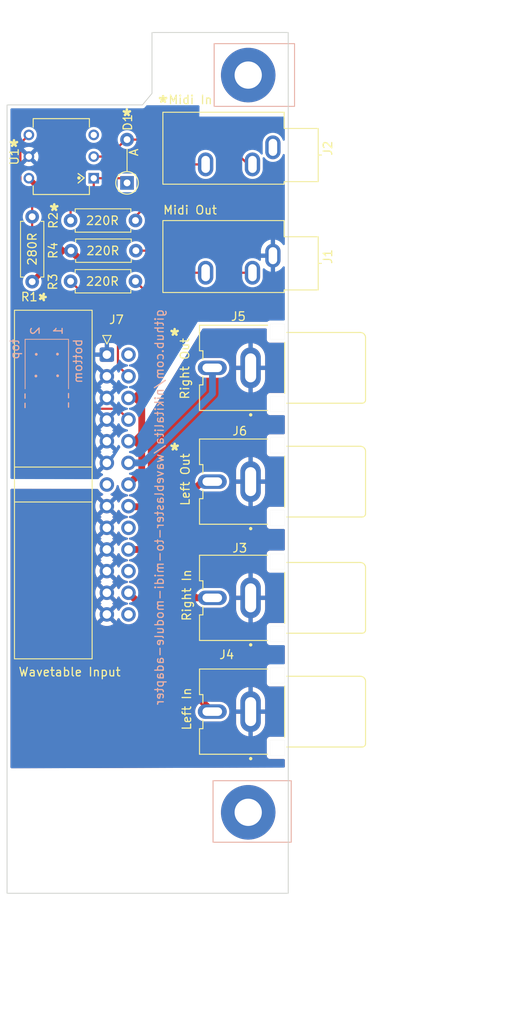
<source format=kicad_pcb>
(kicad_pcb (version 20211014) (generator pcbnew)
  (layers (0 "F.Cu" signal) (31 "B.Cu" signal) (36 "B.SilkS" user "B.Silkscreen") (37 "F.SilkS" user "F.Silkscreen") (38 "B.Mask" user) (39 "F.Mask" user) (44 "Edge.Cuts" user))
  (net 0 "")
  (net 1 "+5V")
  (net 2 "-12V")
  (net 3 "+12V")
  (net 4 "~{RESET}")
  (net 5 "WT_RX")
  (net 6 "WT_TX")
  (net 7 "Net-(J1-PadR)")
  (net 8 "Net-(J1-PadT)")
  (net 9 "GNDA")
  (net 10 "Net-(D1-Pad1)")
  (net 12 "WT_AUDIO_L_IN")
  (net 13 "WT_AUDIO_L_OUT")
  (net 14 "WT_AUDIO_R_OUT")
  (net 15 "WT_AUDIO_R_IN")
  (net 16 "Net-(D1-Pad2)")
  (net 18 "GND")
  (net 19 "Net-(J2-PadR)")
  (footprint "Library:IDC-Header_2x13_P2.54mm_Horizontal-reversed" (layer "F.Cu") (at 168.7 89.8)
    (fp_text reference "J7" (at 1.13 -4.1) (layer "F.SilkS"))
    (fp_text value "Wavetable Input" (at -4.37 37.24) (layer "F.SilkS"))
    (fp_line (start 0.01 -1.25) (end -0.49 -2.25) (layer "F.SilkS") (width 0.12))
    (fp_line (start -1.73 35.69) (end -1.73 -5.21) (layer "F.SilkS") (width 0.12))
    (fp_line (start -10.85 35.69) (end -1.73 35.69) (layer "F.SilkS") (width 0.12))
    (fp_line (start 0.51 -2.25) (end 0.01 -1.25) (layer "F.SilkS") (width 0.12))
    (fp_line (start -1.73 -5.21) (end -10.85 -5.21) (layer "F.SilkS") (width 0.12))
    (fp_line (start -1.73 17.29) (end -10.85 17.29) (layer "F.SilkS") (width 0.12))
    (fp_line (start -1.73 13.19) (end -10.85 13.19) (layer "F.SilkS") (width 0.12))
    (fp_line (start -10.85 -5.21) (end -10.85 35.69) (layer "F.SilkS") (width 0.12))
    (fp_line (start -0.49 -2.25) (end 0.51 -2.25) (layer "F.SilkS") (width 0.12))
    (pad "1" thru_hole roundrect (at 0 0) (size 1.7 1.7) (drill 1) (layers *.Cu *.Mask) (roundrect_rratio 0.1470588235) (net 18 "GND"))
    (pad "2" thru_hole circle (at 2.54 0) (size 1.7 1.7) (drill 1) (layers *.Cu *.Mask))
    (pad "3" thru_hole circle (at 0 2.54) (size 1.7 1.7) (drill 1) (layers *.Cu *.Mask) (net 18 "GND"))
    (pad "4" thru_hole circle (at 2.54 2.54) (size 1.7 1.7) (drill 1) (layers *.Cu *.Mask) (net 6 "WT_TX"))
    (pad "5" thru_hole circle (at 0 5.08) (size 1.7 1.7) (drill 1) (layers *.Cu *.Mask) (net 18 "GND"))
    (pad "6" thru_hole circle (at 2.54 5.08) (size 1.7 1.7) (drill 1) (layers *.Cu *.Mask) (net 1 "+5V"))
    (pad "7" thru_hole circle (at 0 7.62) (size 1.7 1.7) (drill 1) (layers *.Cu *.Mask) (net 18 "GND"))
    (pad "8" thru_hole circle (at 2.54 7.62) (size 1.7 1.7) (drill 1) (layers *.Cu *.Mask) (net 5 "WT_RX"))
    (pad "9" thru_hole circle (at 0 10.16) (size 1.7 1.7) (drill 1) (layers *.Cu *.Mask) (net 18 "GND"))
    (pad "10" thru_hole circle (at 2.54 10.16) (size 1.7 1.7) (drill 1) (layers *.Cu *.Mask) (net 1 "+5V"))
    (pad "11" thru_hole circle (at 0 12.7) (size 1.7 1.7) (drill 1) (layers *.Cu *.Mask) (net 18 "GND"))
    (pad "12" thru_hole circle (at 2.54 12.7) (size 1.7 1.7) (drill 1) (layers *.Cu *.Mask) (net 15 "WT_AUDIO_R_IN"))
    (pad "13" thru_hole circle (at 0 15.24) (size 1.7 1.7) (drill 1) (layers *.Cu *.Mask))
    (pad "14" thru_hole circle (at 2.54 15.24) (size 1.7 1.7) (drill 1) (layers *.Cu *.Mask) (net 1 "+5V"))
    (pad "15" thru_hole circle (at 0 17.78) (size 1.7 1.7) (drill 1) (layers *.Cu *.Mask) (net 9 "GNDA"))
    (pad "16" thru_hole circle (at 2.54 17.78) (size 1.7 1.7) (drill 1) (layers *.Cu *.Mask) (net 12 "WT_AUDIO_L_IN"))
    (pad "17" thru_hole circle (at 0 20.32) (size 1.7 1.7) (drill 1) (layers *.Cu *.Mask) (net 9 "GNDA"))
    (pad "18" thru_hole circle (at 2.54 20.32) (size 1.7 1.7) (drill 1) (layers *.Cu *.Mask) (net 3 "+12V"))
    (pad "19" thru_hole circle (at 0 22.86) (size 1.7 1.7) (drill 1) (layers *.Cu *.Mask) (net 9 "GNDA"))
    (pad "20" thru_hole circle (at 2.54 22.86) (size 1.7 1.7) (drill 1) (layers *.Cu *.Mask) (net 14 "WT_AUDIO_R_OUT"))
    (pad "21" thru_hole circle (at 0 25.4) (size 1.7 1.7) (drill 1) (layers *.Cu *.Mask) (net 9 "GNDA"))
    (pad "22" thru_hole circle (at 2.54 25.4) (size 1.7 1.7) (drill 1) (layers *.Cu *.Mask) (net 2 "-12V"))
    (pad "23" thru_hole circle (at 0 27.94) (size 1.7 1.7) (drill 1) (layers *.Cu *.Mask) (net 9 "GNDA"))
    (pad "24" thru_hole circle (at 2.54 27.94) (size 1.7 1.7) (drill 1) (layers *.Cu *.Mask) (net 13 "WT_AUDIO_L_OUT"))
    (pad "25" thru_hole circle (at 0 30.48) (size 1.7 1.7) (drill 1) (layers *.Cu *.Mask) (net 9 "GNDA"))
    (pad "26" thru_hole circle (at 2.54 30.48) (size 1.7 1.7) (drill 1) (layers *.Cu *.Mask) (net 4 "~{RESET}"))
  )
  (footprint "Library:bracket footprint" (layer "F.Cu") (at 185.3 57)
    (fp_text reference "H1" hide)
    (fp_text value "Bracket_Mount")
    (fp_rect (start -4 -3.69) (end 5.44 3.67) (layer "B.SilkS") (width 0.12) (fill none))
    (fp_rect (start -4.13 82.79) (end 5.05 90.01) (layer "B.SilkS") (width 0.12) (fill none))
    (pad "1" thru_hole circle (at 0 0) (size 6.4 6.4) (drill 3.2) (layers *.Cu *.Mask))
    (pad "2" thru_hole circle (at 0 86.5) (size 6.4 6.4) (drill 3.2) (layers *.Cu *.Mask))
  )
  (footprint "Library:Jack_3.5mm_CUI_SJ1-3533NG_Horizontal" (layer "F.Cu") (at 188.2 78.19 -90)
    (fp_text reference "J1" (at 0.1 -6.45 90) (layer "F.SilkS"))
    (fp_text value "Midi Out" (at -5.35 9.73) (layer "F.SilkS"))
    (fp_line (start 4.02 -1.32) (end 4.32 -1.32) (layer "F.SilkS") (width 0.12))
    (fp_line (start -4.12 -1.32) (end -2.22 -1.32) (layer "F.SilkS") (width 0.12))
    (fp_line (start -4.12 12.92) (end -4.12 -1.32) (layer "F.SilkS") (width 0.12))
    (fp_line (start 4.32 12.92) (end -4.12 12.92) (layer "F.SilkS") (width 0.12))
    (fp_line (start -2.22 -1.32) (end -2.22 -5.32) (layer "F.SilkS") (width 0.12))
    (fp_line (start 0.9 -5.32) (end 0.9 -5.7) (layer "F.SilkS") (width 0.12))
    (fp_line (start 4.32 -1.32) (end 4.32 12.92) (layer "F.SilkS") (width 0.12))
    (fp_line (start -2.22 -5.32) (end 4.02 -5.32) (layer "F.SilkS") (width 0.12))
    (fp_line (start 4.02 -5.32) (end 4.02 -1.32) (layer "F.SilkS") (width 0.12))
    (pad "R" thru_hole oval (at 2 7.9 270) (size 2.8 1.8) (drill oval 2 1) (layers *.Cu *.Mask) (net 7 "Net-(J1-PadR)"))
    (pad "S" thru_hole oval (at 0 0 270) (size 2.8 1.8) (drill oval 2 1) (layers *.Cu *.Mask) (net 18 "GND"))
    (pad "T" thru_hole oval (at 2 2.4 270) (size 2.8 1.8) (drill oval 2 1) (layers *.Cu *.Mask) (net 8 "Net-(J1-PadT)"))
  )
  (footprint "Resistor_THT:R_Axial_DIN0207_L6.3mm_D2.5mm_P7.62mm_Horizontal" (layer "F.Cu") (at 164.49 77.6)
    (fp_text reference "R4" (at -2.1 -0.02 90) (layer "F.SilkS"))
    (fp_text value "220R" (at 3.74 0.02) (layer "F.SilkS"))
    (fp_line (start 0.54 1.04) (end 0.54 1.37) (layer "F.SilkS") (width 0.12))
    (fp_line (start 7.08 1.37) (end 7.08 1.04) (layer "F.SilkS") (width 0.12))
    (fp_line (start 0.54 1.37) (end 7.08 1.37) (layer "F.SilkS") (width 0.12))
    (fp_line (start 0.54 -1.04) (end 0.54 -1.37) (layer "F.SilkS") (width 0.12))
    (fp_line (start 7.08 -1.37) (end 7.08 -1.04) (layer "F.SilkS") (width 0.12))
    (fp_line (start 0.54 -1.37) (end 7.08 -1.37) (layer "F.SilkS") (width 0.12))
    (pad "1" thru_hole circle (at 0 0) (size 1.6 1.6) (drill 0.8) (layers *.Cu *.Mask) (net 1 "+5V"))
    (pad "2" thru_hole oval (at 7.62 0) (size 1.6 1.6) (drill 0.8) (layers *.Cu *.Mask) (net 7 "Net-(J1-PadR)"))
  )
  (footprint "Library:H11L1M-DIP8" (layer "F.Cu") (at 163.43 66.56 90)
    (fp_text reference "U1" (at -0.01 -5.6 270) (layer "F.SilkS"))
    (fp_text value "H11L1" hide)
    (fp_line (start -4.45 -3.38) (end -3.45 -3.38) (layer "F.SilkS") (width 0.127))
    (fp_line (start 4.45 3.22) (end 4.45 -3.38) (layer "F.SilkS") (width 0.127))
    (fp_line (start 4.45 -3.38) (end 3.45 -3.38) (layer "F.SilkS") (width 0.127))
    (fp_line (start -3.1 1.9) (end -2.5 2.6) (layer "F.SilkS") (width 0.15))
    (fp_line (start -3.45 3.22) (end -4.45 3.22) (layer "F.SilkS") (width 0.127))
    (fp_line (start -2.5 2.6) (end -2 1.9) (layer "F.SilkS") (width 0.15))
    (fp_line (start 3.45 3.22) (end 4.45 3.22) (layer "F.SilkS") (width 0.127))
    (fp_line (start -4.45 3.22) (end -4.45 -3.38) (layer "F.SilkS") (width 0.127))
    (fp_circle (center -2.51 1.99) (end -2.51 1.89) (layer "F.SilkS") (width 0.2) (fill none))
    (pad "1" thru_hole rect (at -2.54 3.73 180) (size 1.248 1.248) (drill 0.74) (layers *.Cu *.Mask) (net 10 "Net-(D1-Pad1)"))
    (pad "2" thru_hole circle (at 0 3.73 180) (size 1.248 1.248) (drill 0.74) (layers *.Cu *.Mask) (net 16 "Net-(D1-Pad2)"))
    (pad "3" thru_hole circle (at 2.54 3.73 180) (size 1.248 1.248) (drill 0.74) (layers *.Cu *.Mask))
    (pad "4" thru_hole circle (at 2.54 -3.89 180) (size 1.248 1.248) (drill 0.74) (layers *.Cu *.Mask) (net 5 "WT_RX"))
    (pad "5" thru_hole circle (at 0 -3.89 180) (size 1.248 1.248) (drill 0.74) (layers *.Cu *.Mask) (net 18 "GND"))
    (pad "6" thru_hole circle (at -2.54 -3.89 180) (size 1.248 1.248) (drill 0.74) (layers *.Cu *.Mask) (net 1 "+5V"))
  )
  (footprint "Library:CUI_RCJ-04X" (layer "F.Cu") (at 189.58 118.336)
    (fp_text reference "J3" (at -5.27 -5.836) (layer "F.SilkS") (effects (font (size 1.006465 1.006465))))
    (fp_text value "Right In" (at -11.5 -0.306 90) (layer "F.SilkS") (effects (font (size 1.004417 1.004417))))
    (fp_line (start 9.5 -3.54) (end 9.5 3.76) (layer "F.SilkS") (width 0.127))
    (fp_line (start 9.11 4.15) (end 0.25 4.15) (layer "F.SilkS") (width 0.127))
    (fp_line (start -10 5) (end -10 2) (layer "F.SilkS") (width 0.127))
    (fp_line (start -10 -5) (end -2 -5) (layer "F.SilkS") (width 0.127))
    (fp_line (start -9.6 2) (end -9.6 1) (layer "F.SilkS") (width 0.127))
    (fp_line (start -10 5) (end -2 5) (layer "F.SilkS") (width 0.127))
    (fp_line (start -9.6 -2) (end -10 -2) (layer "F.SilkS") (width 0.127))
    (fp_line (start -10 -2) (end -10 -5) (layer "F.SilkS") (width 0.127))
    (fp_line (start 0.25 -4.15) (end 8.89 -4.15) (layer "F.SilkS") (width 0.127))
    (fp_line (start 0 3) (end 0 -3) (layer "F.SilkS") (width 0.127))
    (fp_line (start -10 2) (end -9.6 2) (layer "F.SilkS") (width 0.127))
    (fp_line (start -9.6 -1) (end -9.6 -2) (layer "F.SilkS") (width 0.127))
    (fp_arc (start 8.89 -4.15) (mid 9.321335 -3.971335) (end 9.5 -3.54) (layer "F.SilkS") (width 0.127))
    (fp_arc (start 9.5 3.76) (mid 9.385772 4.035772) (end 9.11 4.15) (layer "F.SilkS") (width 0.127))
    (fp_circle (center -3.99 5.513) (end -3.89 5.513) (layer "F.SilkS") (width 0.2) (fill none))
    (fp_line (start 0 -3.35) (end 0 -5.15) (layer "Edge.Cuts") (width 0.01))
    (fp_line (start 0 5.15) (end 0 3.35) (layer "Edge.Cuts") (width 0.01))
    (fp_line (start 0 -5.15) (end -1.7 -5.15) (layer "Edge.Cuts") (width 0.01))
    (fp_line (start -1.7 -5.15) (end -1.7 -3.35) (layer "Edge.Cuts") (width 0.01))
    (fp_line (start 0 3.35) (end -1.7 3.35) (layer "Edge.Cuts") (width 0.01))
    (fp_line (start -1.7 3.35) (end -1.7 5.15) (layer "Edge.Cuts") (width 0.01))
    (fp_line (start -1.7 -3.35) (end 0 -3.35) (layer "Edge.Cuts") (width 0.01))
    (fp_line (start -1.7 5.15) (end 0 5.15) (layer "Edge.Cuts") (width 0.01))
    (pad "1" thru_hole oval (at -4 0) (size 2.4 4.8) (drill oval 1.3 3.4) (layers *.Cu *.Mask) (net 9 "GNDA"))
    (pad "2" thru_hole oval (at -8.5 0) (size 3.4 1.7) (drill oval 2.3 1) (layers *.Cu *.Mask) (net 14 "WT_AUDIO_R_OUT"))
  )
  (footprint "Resistor_THT:R_Axial_DIN0207_L6.3mm_D2.5mm_P7.62mm_Horizontal" (layer "F.Cu") (at 164.44 81.19)
    (fp_text reference "R3" (at -2.08 0.07 90) (layer "F.SilkS"))
    (fp_text value "220R" (at 3.74 0.02) (layer "F.SilkS"))
    (fp_line (start 0.54 1.04) (end 0.54 1.37) (layer "F.SilkS") (width 0.12))
    (fp_line (start 7.08 1.37) (end 7.08 1.04) (layer "F.SilkS") (width 0.12))
    (fp_line (start 0.54 -1.04) (end 0.54 -1.37) (layer "F.SilkS") (width 0.12))
    (fp_line (start 0.54 -1.37) (end 7.08 -1.37) (layer "F.SilkS") (width 0.12))
    (fp_line (start 0.54 1.37) (end 7.08 1.37) (layer "F.SilkS") (width 0.12))
    (fp_line (start 7.08 -1.37) (end 7.08 -1.04) (layer "F.SilkS") (width 0.12))
    (pad "1" thru_hole circle (at 0 0) (size 1.6 1.6) (drill 0.8) (layers *.Cu *.Mask) (net 6 "WT_TX"))
    (pad "2" thru_hole oval (at 7.62 0) (size 1.6 1.6) (drill 0.8) (layers *.Cu *.Mask) (net 8 "Net-(J1-PadT)"))
  )
  (footprint "Diode_THT:D_DO-35_SOD27_P5.08mm_Vertical_AnodeUp" (layer "F.Cu") (at 171.07 69.6493 90)
    (fp_text reference "D1" (at 7.0893 0.08 270) (layer "F.SilkS"))
    (fp_text value "1N4148")
    (fp_text user "A" (at 3.58 0.8 90) (layer "F.SilkS"))
    (fp_line (start 1.326371 0) (end 3.98 0) (layer "F.SilkS") (width 0.12))
    (fp_circle (center 0 0) (end 1.326371 0) (layer "F.SilkS") (width 0.12) (fill none))
    (pad "1" thru_hole rect (at 0 0 90) (size 1.6 1.6) (drill 0.8) (layers *.Cu *.Mask) (net 10 "Net-(D1-Pad1)"))
    (pad "2" thru_hole oval (at 5.08 0 90) (size 1.6 1.6) (drill 0.8) (layers *.Cu *.Mask) (net 16 "Net-(D1-Pad2)"))
  )
  (footprint "Library:Jack_3.5mm_CUI_SJ1-3533NG_Horizontal" (layer "F.Cu") (at 188.2 65.48 -90)
    (fp_text reference "J2" (at 0.1 -6.45 90) (layer "F.SilkS"))
    (fp_text value "Midi In" (at -5.58 9.69) (layer "F.SilkS"))
    (fp_line (start 4.32 -1.32) (end 4.32 12.92) (layer "F.SilkS") (width 0.12))
    (fp_line (start -2.22 -1.32) (end -2.22 -5.32) (layer "F.SilkS") (width 0.12))
    (fp_line (start 4.02 -5.32) (end 4.02 -1.32) (layer "F.SilkS") (width 0.12))
    (fp_line (start 0.9 -5.32) (end 0.9 -5.7) (layer "F.SilkS") (width 0.12))
    (fp_line (start 4.32 12.92) (end -4.12 12.92) (layer "F.SilkS") (width 0.12))
    (fp_line (start 4.02 -1.32) (end 4.32 -1.32) (layer "F.SilkS") (width 0.12))
    (fp_line (start -4.12 -1.32) (end -2.22 -1.32) (layer "F.SilkS") (width 0.12))
    (fp_line (start -2.22 -5.32) (end 4.02 -5.32) (layer "F.SilkS") (width 0.12))
    (fp_line (start -4.12 12.92) (end -4.12 -1.32) (layer "F.SilkS") (width 0.12))
    (pad "R" thru_hole oval (at 2 7.9 270) (size 2.8 1.8) (drill oval 2 1) (layers *.Cu *.Mask) (net 19 "Net-(J2-PadR)"))
    (pad "S" thru_hole oval (at 0 0 270) (size 2.8 1.8) (drill oval 2 1) (layers *.Cu *.Mask))
    (pad "T" thru_hole oval (at 2 2.4 270) (size 2.8 1.8) (drill oval 2 1) (layers *.Cu *.Mask) (net 16 "Net-(D1-Pad2)"))
  )
  (footprint "Library:CUI_RCJ-043" (layer "F.Cu") (at 189.58 131.686)
    (fp_text reference "J4" (at -6.805775 -6.677905) (layer "F.SilkS") (effects (font (size 1.006465 1.006465))))
    (fp_text value "Left In" (at -11.5 -0.316 90) (layer "F.SilkS") (effects (font (size 1.004417 1.004417))))
    (fp_line (start 9.5 -3.54) (end 9.5 3.76) (layer "F.SilkS") (width 0.127))
    (fp_line (start -10 5) (end -10 2) (layer "F.SilkS") (width 0.127))
    (fp_line (start -10 -2) (end -10 -5) (layer "F.SilkS") (width 0.127))
    (fp_line (start -9.6 -1) (end -9.6 -2) (layer "F.SilkS") (width 0.127))
    (fp_line (start -9.6 -2) (end -10 -2) (layer "F.SilkS") (width 0.127))
    (fp_line (start 9.11 4.15) (end 0.25 4.15) (layer "F.SilkS") (width 0.127))
    (fp_line (start 0.25 -4.15) (end 8.89 -4.15) (layer "F.SilkS") (width 0.127))
    (fp_line (start -10 2) (end -9.6 2) (layer "F.SilkS") (width 0.127))
    (fp_line (start 0 3) (end 0 -3) (layer "F.SilkS") (width 0.127))
    (fp_line (start -10 5) (end -2 5) (layer "F.SilkS") (width 0.127))
    (fp_line (start -9.6 2) (end -9.6 1) (layer "F.SilkS") (width 0.127))
    (fp_line (start -10 -5) (end -2 -5) (layer "F.SilkS") (width 0.127))
    (fp_arc (start 8.89 -4.15) (mid 9.321335 -3.971335) (end 9.5 -3.54) (layer "F.SilkS") (width 0.127))
    (fp_arc (start 9.5 3.76) (mid 9.385772 4.035772) (end 9.11 4.15) (layer "F.SilkS") (width 0.127))
    (fp_circle (center -3.99 5.513) (end -3.89 5.513) (layer "F.SilkS") (width 0.2) (fill none))
    (fp_line (start 0 -5.15) (end -1.7 -5.15) (layer "Edge.Cuts") (width 0.01))
    (fp_line (start -1.7 -3.35) (end 0 -3.35) (layer "Edge.Cuts") (width 0.01))
    (fp_line (start -1.7 -5.15) (end -1.7 -3.35) (layer "Edge.Cuts") (width 0.01))
    (fp_line (start -1.7 3.35) (end -1.7 5.15) (layer "Edge.Cuts") (width 0.01))
    (fp_line (start 0 3.35) (end -1.7 3.35) (layer "Edge.Cuts") (width 0.01))
    (fp_line (start 0 -3.35) (end 0 -5.15) (layer "Edge.Cuts") (width 0.01))
    (fp_line (start -1.7 5.15) (end 0 5.15) (layer "Edge.Cuts") (width 0.01))
    (fp_line (start 0 5.15) (end 0 3.35) (layer "Edge.Cuts") (width 0.01))
    (pad "1" thru_hole oval (at -4 0) (size 2.4 4.8) (drill oval 1.3 3.4) (layers *.Cu *.Mask) (net 9 "GNDA"))
    (pad "2" thru_hole oval (at -8.5 0) (size 3.4 1.7) (drill oval 2.3 1) (layers *.Cu *.Mask) (net 13 "WT_AUDIO_L_OUT"))
  )
  (footprint "Resistor_THT:R_Axial_DIN0207_L6.3mm_D2.5mm_P7.62mm_Horizontal" (layer "F.Cu") (at 164.44 74.06)
    (fp_text reference "R2" (at -2.03 -0.01 90) (layer "F.SilkS"))
    (fp_text value "220R" (at 3.74 0.02) (layer "F.SilkS"))
    (fp_line (start 0.54 -1.37) (end 7.08 -1.37) (layer "F.SilkS") (width 0.12))
    (fp_line (start 0.54 1.04) (end 0.54 1.37) (layer "F.SilkS") (width 0.12))
    (fp_line (start 0.54 1.37) (end 7.08 1.37) (layer "F.SilkS") (width 0.12))
    (fp_line (start 7.08 -1.37) (end 7.08 -1.04) (layer "F.SilkS") (width 0.12))
    (fp_line (start 0.54 -1.04) (end 0.54 -1.37) (layer "F.SilkS") (width 0.12))
    (fp_line (start 7.08 1.37) (end 7.08 1.04) (layer "F.SilkS") (width 0.12))
    (pad "1" thru_hole circle (at 0 0) (size 1.6 1.6) (drill 0.8) (layers *.Cu *.Mask) (net 10 "Net-(D1-Pad1)"))
    (pad "2" thru_hole oval (at 7.62 0) (size 1.6 1.6) (drill 0.8) (layers *.Cu *.Mask) (net 19 "Net-(J2-PadR)"))
  )
  (footprint "Library:CUI_RCJ-04X" (layer "F.Cu") (at 189.58 91.35)
    (fp_text reference "J5" (at -5.43 -6.03) (layer "F.SilkS") (effects (font (size 1.006465 1.006465))))
    (fp_text value "Right Out" (at -11.72 0.1 90) (layer "F.SilkS") (effects (font (size 1.004417 1.004417))))
    (fp_line (start -10 5) (end -2 5) (layer "F.SilkS") (width 0.127))
    (fp_line (start -9.6 2) (end -9.6 1) (layer "F.SilkS") (width 0.127))
    (fp_line (start -9.6 -2) (end -10 -2) (layer "F.SilkS") (width 0.127))
    (fp_line (start 9.11 4.15) (end 0.25 4.15) (layer "F.SilkS") (width 0.127))
    (fp_line (start 0.25 -4.15) (end 8.89 -4.15) (layer "F.SilkS") (width 0.127))
    (fp_line (start -10 2) (end -9.6 2) (layer "F.SilkS") (width 0.127))
    (fp_line (start -10 -5) (end -2 -5) (layer "F.SilkS") (width 0.127))
    (fp_line (start -10 -2) (end -10 -5) (layer "F.SilkS") (width 0.127))
    (fp_line (start 9.5 -3.54) (end 9.5 3.76) (layer "F.SilkS") (width 0.127))
    (fp_line (start -10 5) (end -10 2) (layer "F.SilkS") (width 0.127))
    (fp_line (start -9.6 -1) (end -9.6 -2) (layer "F.SilkS") (width 0.127))
    (fp_line (start 0 3) (end 0 -3) (layer "F.SilkS") (width 0.127))
    (fp_arc (start 8.89 -4.15) (mid 9.321335 -3.971335) (end 9.5 -3.54) (layer "F.SilkS") (width 0.127))
    (fp_arc (start 9.5 3.76) (mid 9.385772 4.035772) (end 9.11 4.15) (layer "F.SilkS") (width 0.127))
    (fp_circle (center -3.99 5.513) (end -3.89 5.513) (layer "F.SilkS") (width 0.2) (fill none))
    (fp_line (start -1.7 -5.15) (end -1.7 -3.35) (layer "Edge.Cuts") (width 0.01))
    (fp_line (start 0 -3.35) (end 0 -5.15) (layer "Edge.Cuts") (width 0.01))
    (fp_line (start 0 3.35) (end -1.7 3.35) (layer "Edge.Cuts") (width 0.01))
    (fp_line (start -1.7 -3.35) (end 0 -3.35) (layer "Edge.Cuts") (width 0.01))
    (fp_line (start 0 -5.15) (end -1.7 -5.15) (layer "Edge.Cuts") (width 0.01))
    (fp_line (start 0 5.15) (end 0 3.35) (layer "Edge.Cuts") (width 0.01))
    (fp_line (start -1.7 3.35) (end -1.7 5.15) (layer "Edge.Cuts") (width 0.01))
    (fp_line (start -1.7 5.15) (end 0 5.15) (layer "Edge.Cuts") (width 0.01))
    (pad "1" thru_hole oval (at -4 0) (size 2.4 4.8) (drill oval 1.3 3.4) (layers *.Cu *.Mask) (net 9 "GNDA"))
    (pad "2" thru_hole oval (at -8.5 0) (size 3.4 1.7) (drill oval 2.3 1) (layers *.Cu *.Mask) (net 15 "WT_AUDIO_R_IN"))
  )
  (footprint "Resistor_THT:R_Axial_DIN0207_L6.3mm_D2.5mm_P7.62mm_Horizontal" (layer "F.Cu") (at 159.93 81.24 90)
    (fp_text reference "R1" (at -1.79 -0.34) (layer "F.SilkS"))
    (fp_text value "280R" (at 3.83 0.01 90) (layer "F.SilkS"))
    (fp_line (start 7.08 -1.37) (end 7.08 -1.04) (layer "F.SilkS") (width 0.12))
    (fp_line (start 0.54 1.37) (end 7.08 1.37) (layer "F.SilkS") (width 0.12))
    (fp_line (start 0.54 1.04) (end 0.54 1.37) (layer "F.SilkS") (width 0.12))
    (fp_line (start 7.08 1.37) (end 7.08 1.04) (layer "F.SilkS") (width 0.12))
    (fp_line (start 0.54 -1.04) (end 0.54 -1.37) (layer "F.SilkS") (width 0.12))
    (fp_line (start 0.54 -1.37) (end 7.08 -1.37) (layer "F.SilkS") (width 0.12))
    (pad "1" thru_hole circle (at 0 0 90) (size 1.6 1.6) (drill 0.8) (layers *.Cu *.Mask) (net 1 "+5V"))
    (pad "2" thru_hole oval (at 7.62 0 90) (size 1.6 1.6) (drill 0.8) (layers *.Cu *.Mask) (net 5 "WT_RX"))
  )
  (footprint "Library:CUI_RCJ-043" (layer "F.Cu") (at 189.58 104.7)
    (fp_text reference "J6" (at -5.27 -5.93) (layer "F.SilkS") (effects (font (size 1.006465 1.006465))))
    (fp_text value "Left Out" (at -11.67 -0.24 90) (layer "F.SilkS") (effects (font (size 1.004417 1.004417))))
    (fp_line (start -10 5) (end -10 2) (layer "F.SilkS") (width 0.127))
    (fp_line (start 9.11 4.15) (end 0.25 4.15) (layer "F.SilkS") (width 0.127))
    (fp_line (start -10 -5) (end -2 -5) (layer "F.SilkS") (width 0.127))
    (fp_line (start 0 3) (end 0 -3) (layer "F.SilkS") (width 0.127))
    (fp_line (start 0.25 -4.15) (end 8.89 -4.15) (layer "F.SilkS") (width 0.127))
    (fp_line (start -9.6 -2) (end -10 -2) (layer "F.SilkS") (width 0.127))
    (fp_line (start -10 -2) (end -10 -5) (layer "F.SilkS") (width 0.127))
    (fp_line (start -10 5) (end -2 5) (layer "F.SilkS") (width 0.127))
    (fp_line (start -10 2) (end -9.6 2) (layer "F.SilkS") (width 0.127))
    (fp_line (start -9.6 -1) (end -9.6 -2) (layer "F.SilkS") (width 0.127))
    (fp_line (start -9.6 2) (end -9.6 1) (layer "F.SilkS") (width 0.127))
    (fp_line (start 9.5 -3.54) (end 9.5 3.76) (layer "F.SilkS") (width 0.127))
    (fp_arc (start 8.89 -4.15) (mid 9.321335 -3.971335) (end 9.5 -3.54) (layer "F.SilkS") (width 0.127))
    (fp_arc (start 9.5 3.76) (mid 9.385772 4.035772) (end 9.11 4.15) (layer "F.SilkS") (width 0.127))
    (fp_circle (center -3.99 5.513) (end -3.89 5.513) (layer "F.SilkS") (width 0.2) (fill none))
    (fp_line (start -1.7 5.15) (end 0 5.15) (layer "Edge.Cuts") (width 0.01))
    (fp_line (start -1.7 3.35) (end -1.7 5.15) (layer "Edge.Cuts") (width 0.01))
    (fp_line (start 0 -3.35) (end 0 -5.15) (layer "Edge.Cuts") (width 0.01))
    (fp_line (start 0 -5.15) (end -1.7 -5.15) (layer "Edge.Cuts") (width 0.01))
    (fp_line (start -1.7 -3.35) (end 0 -3.35) (layer "Edge.Cuts") (width 0.01))
    (fp_line (start 0 5.15) (end 0 3.35) (layer "Edge.Cuts") (width 0.01))
    (fp_line (start -1.7 -5.15) (end -1.7 -3.35) (layer "Edge.Cuts") (width 0.01))
    (fp_line (start 0 3.35) (end -1.7 3.35) (layer "Edge.Cuts") (width 0.01))
    (pad "1" thru_hole oval (at -4 0) (size 2.4 4.8) (drill oval 1.3 3.4) (layers *.Cu *.Mask) (net 9 "GNDA"))
    (pad "2" thru_hole oval (at -8.5 0) (size 3.4 1.7) (drill oval 2.3 1) (layers *.Cu *.Mask) (net 12 "WT_AUDIO_L_IN"))
  )
  (gr_circle (center 160.37 92.31) (end 160.28 92.31) (layer "B.SilkS") (width 0.15) (fill none))
  (gr_circle (center 162.9 89.74) (end 162.81 89.74) (layer "B.SilkS") (width 0.15) (fill none))
  (gr_line (start 164.2 95.46) (end 164.2 95.96) (layer "B.SilkS") (width 0.15))
  (gr_circle (center 160.41 89.76) (end 160.32 89.76) (layer "B.SilkS") (width 0.15) (fill none))
  (gr_circle (center 162.92 92.28) (end 162.83 92.28) (layer "B.SilkS") (width 0.15) (fill none))
  (gr_line (start 159.1 88) (end 159.1 93.81) (layer "B.SilkS") (width 0.1))
  (gr_line (start 164.2 93.81) (end 164.2 88) (layer "B.SilkS") (width 0.1))
  (gr_line (start 159.09 94.41) (end 159.09 94.91) (layer "B.SilkS") (width 0.15))
  (gr_line (start 164.2 94.36) (end 164.2 94.86) (layer "B.SilkS") (width 0.15))
  (gr_line (start 159.09 95.51) (end 159.09 96.01) (layer "B.SilkS") (width 0.15))
  (gr_line (start 164.2 88) (end 159.1 88) (layer "B.SilkS") (width 0.1))
  (gr_poly (pts (xy 176 153) (xy 190 153) (xy 189.995606 52) (xy 174 52.004424) (xy 174 59.15) (xy 172.88 60.5) (xy 156.98 60.5) (xy 156.98 153)) (layer "Edge.Cuts") (width 0.1) (fill none))
  (gr_text "2" (at 160.29 87.01 90) (layer "B.SilkS") (effects (font (size 1 1)) (justify mirror)))
  (gr_text "top" (at 157.9 89.16 90) (layer "B.SilkS") (effects (font (size 1 1)) (justify mirror)))
  (gr_text "github.com/nikitalita/waveblaster-to-midi-module-adapter" (at 174.87 107.7 90) (layer "B.SilkS") (effects (font (size 1 1)) (justify mirror)))
  (gr_text "bottom" (at 165.3 90.56 90) (layer "B.SilkS") (effects (font (size 1 1)) (justify mirror)))
  (gr_text "1" (at 162.99 87.01 90) (layer "B.SilkS") (effects (font (size 1 1)) (justify mirror)))
  (gr_text "*" (at 162.52 72.99) (layer "F.SilkS") (effects (font (size 1.5 1.5) (thickness 0.3))))
  (gr_text "*" (at 176.66 101.09) (layer "F.SilkS") (effects (font (size 1.5 1.5) (thickness 0.3))))
  (gr_text "*" (at 160.69 83.04 270) (layer "F.SilkS") (effects (font (size 1.5 1.5) (thickness 0.3))))
  (gr_text "*" (at 175.3 60.3) (layer "F.SilkS") (effects (font (size 1.5 1.5) (thickness 0.3))))
  (gr_text "*" (at 157.79 65.47) (layer "F.SilkS") (effects (font (size 1.5 1.5) (thickness 0.3))))
  (gr_text "*" (at 176.66 87.63) (layer "F.SilkS") (effects (font (size 1.5 1.5) (thickness 0.3))))
  (gr_text "*" (at 171.05 61.86) (layer "F.SilkS") (effects (font (size 1.5 1.5) (thickness 0.3))))
  (segment (start 171.92 94.87) (end 172.58 95.53) (width 0.635) (layer "F.Cu") (net 1))
  (segment (start 172.8 85.91) (end 172.8 94.85) (width 0.8) (layer "F.Cu") (net 1))
  (segment (start 172.8 94.88) (end 171.24 94.88) (width 0.635) (layer "F.Cu") (net 1))
  (segment (start 171.91007 99.94) (end 172.57007 100.6) (width 0.635) (layer "F.Cu") (net 1))
  (segment (start 163.57 77.6) (end 164.49 77.6) (width 0.635) (layer "F.Cu") (net 1))
  (segment (start 172.79007 99.95) (end 171.23007 99.95) (width 0.635) (layer "F.Cu") (net 1))
  (segment (start 172.77 94.88) (end 171.24 94.88) (width 0.635) (layer "F.Cu") (net 1))
  (segment (start 171.97 94.78) (end 172.63 94.12) (width 0.635) (layer "F.Cu") (net 1))
  (segment (start 172.8 103.48) (end 172.8 94.88) (width 0.8) (layer "F.Cu") (net 1))
  (segment (start 164.49 77.6) (end 172.8 85.91) (width 0.8) (layer "F.Cu") (net 1))
  (segment (start 159.93 81.24) (end 163.57 77.6) (width 0.635) (layer "F.Cu") (net 1))
  (segment (start 161.965 75.995) (end 163.57 77.6) (width 0.635) (layer "F.Cu") (net 1))
  (segment (start 159.54 69.1) (end 161.965 71.525) (width 0.635) (layer "F.Cu") (net 1))
  (segment (start 161.965 71.525) (end 161.965 75.995) (width 0.635) (layer "F.Cu") (net 1))
  (segment (start 171.96007 99.85) (end 172.62007 99.19) (width 0.635) (layer "F.Cu") (net 1))
  (segment (start 171.24 105.04) (end 172.8 103.48) (width 0.8) (layer "F.Cu") (net 1))
  (segment (start 172.76007 99.95) (end 171.23007 99.95) (width 0.635) (layer "F.Cu") (net 1))
  (segment (start 172.8 94.85) (end 172.77 94.88) (width 0.635) (layer "F.Cu") (net 1))
  (segment (start 159.93 73.62) (end 159.93 74.7471) (width 0.254) (layer "F.Cu") (net 5))
  (segment (start 158.547 71.1099) (end 158.547 65.013) (width 0.254) (layer "F.Cu") (net 5))
  (segment (start 159.93 73.0564) (end 159.93 72.4929) (width 0.254) (layer "F.Cu") (net 5))
  (segment (start 164.68 96.15) (end 169.97 96.15) (width 0.254) (layer "F.Cu") (net 5))
  (segment (start 158.25 89.72) (end 164.68 96.15) (width 0.254) (layer "F.Cu") (net 5))
  (segment (start 169.97 96.15) (end 171.24 97.42) (width 0.254) (layer "F.Cu") (net 5))
  (segment (start 159.93 74.7471) (end 158.25 76.4271) (width 0.254) (layer "F.Cu") (net 5))
  (segment (start 159.93 72.4929) (end 158.547 71.1099) (width 0.254) (layer "F.Cu") (net 5))
  (segment (start 158.547 65.013) (end 159.54 64.02) (width 0.254) (layer "F.Cu") (net 5))
  (segment (start 159.93 73.0564) (end 159.93 73.62) (width 0.254) (layer "F.Cu") (net 5))
  (segment (start 158.25 76.4271) (end 158.25 89.72) (width 0.254) (layer "F.Cu") (net 5))
  (segment (start 170 91.1) (end 171.24 92.34) (width 0.254) (layer "F.Cu") (net 6))
  (segment (start 170 86.75) (end 170 91.1) (width 0.254) (layer "F.Cu") (net 6))
  (segment (start 164.44 81.19) (end 170 86.75) (width 0.254) (layer "F.Cu") (net 6))
  (segment (start 180.3 80.19) (end 178.1729 80.19) (width 0.254) (layer "F.Cu") (net 7))
  (segment (start 175.5829 77.6) (end 172.11 77.6) (width 0.254) (layer "F.Cu") (net 7))
  (segment (start 178.1729 80.19) (end 175.5829 77.6) (width 0.254) (layer "F.Cu") (net 7))
  (segment (start 183.6729 80.19) (end 184.9 80.19) (width 0.254) (layer "F.Cu") (net 8))
  (segment (start 181.5129 82.35) (end 183.6729 80.19) (width 0.254) (layer "F.Cu") (net 8))
  (segment (start 173.22 82.35) (end 181.5129 82.35) (width 0.254) (layer "F.Cu") (net 8))
  (segment (start 172.06 81.19) (end 173.22 82.35) (width 0.254) (layer "F.Cu") (net 8))
  (segment (start 170.5207 69.1) (end 167.16 69.1) (width 0.254) (layer "F.Cu") (net 10))
  (segment (start 164.44 74.06) (end 164.44 72.7711) (width 0.254) (layer "F.Cu") (net 10))
  (segment (start 167.16 69.1) (end 167.16 70.0511) (width 0.254) (layer "F.Cu") (net 10))
  (segment (start 171.07 69.6493) (end 170.5207 69.1) (width 0.254) (layer "F.Cu") (net 10))
  (segment (start 164.44 72.7711) (end 167.16 70.0511) (width 0.254) (layer "F.Cu") (net 10))
  (segment (start 176.93 107.65) (end 171.31 107.65) (width 0.8) (layer "F.Cu") (net 12))
  (segment (start 179.88 104.7) (end 176.93 107.65) (width 0.8) (layer "F.Cu") (net 12))
  (segment (start 181.08 104.7) (end 179.88 104.7) (width 0.8) (layer "F.Cu") (net 12))
  (segment (start 171.31 107.65) (end 171.24 107.58) (width 0.8) (layer "F.Cu") (net 12))
  (segment (start 179.88 126.38) (end 171.24 117.74) (width 0.8) (layer "F.Cu") (net 13))
  (segment (start 179.88 130.486) (end 179.88 126.38) (width 0.8) (layer "F.Cu") (net 13))
  (segment (start 181.08 131.686) (end 179.88 130.486) (width 0.8) (layer "F.Cu") (net 13))
  (segment (start 181.08 118.336) (end 179.136 118.336) (width 0.8) (layer "F.Cu") (net 14))
  (segment (start 179.136 118.336) (end 173.46 112.66) (width 0.8) (layer "F.Cu") (net 14))
  (segment (start 173.46 112.66) (end 171.24 112.66) (width 0.8) (layer "F.Cu") (net 14))
  (segment (start 181.1 91.37) (end 181.1 94.37) (width 0.8) (layer "B.Cu") (net 15))
  (segment (start 181.1 94.37) (end 172.97 102.5) (width 0.8) (layer "B.Cu") (net 15))
  (segment (start 181.08 91.35) (end 181.1 91.37) (width 0.8) (layer "B.Cu") (net 15))
  (segment (start 172.97 102.5) (end 171.24 102.5) (width 0.8) (layer "B.Cu") (net 15))
  (segment (start 170.9107 64.5693) (end 182.3593 64.5693) (width 0.254) (layer "F.Cu") (net 16))
  (segment (start 167.16 66.56) (end 168.92 66.56) (width 0.254) (layer "F.Cu") (net 16))
  (segment (start 185.27 67.48) (end 185.8 67.48) (width 0.254) (layer "F.Cu") (net 16))
  (segment (start 182.3593 64.5693) (end 185.27 67.48) (width 0.254) (layer "F.Cu") (net 16))
  (segment (start 168.92 66.56) (end 170.9107 64.5693) (width 0.254) (layer "F.Cu") (net 16))
  (segment (start 172.06 73.5929) (end 178.1729 67.48) (width 0.254) (layer "F.Cu") (net 19))
  (segment (start 178.1729 67.48) (end 180.3 67.48) (width 0.254) (layer "F.Cu") (net 19))
  (segment (start 172.06 74.06) (end 172.06 73.5929) (width 0.254) (layer "F.Cu") (net 19))
  (zone (net 9) (net_name "GNDA") (layers F&B.Cu) (connect_pads (clearance 0.3048)) (min_thickness 0.254) (fill yes (thermal_gap 0.508) (thermal_bridge_width 0.508))
    (polygon (pts (xy 168.4 105.55) (xy 170.276588 102.545584) (xy 179.952229 86.729015) (xy 190.03 86.72) (xy 190 138.25319) (xy 156.15156 138.33517) (xy 156.586816 105.539368)))
  )
  (zone (net 18) (net_name "GND") (layer "B.Cu") (connect_pads (clearance 0.3048)) (min_thickness 0.254) (fill yes (thermal_gap 0.508) (thermal_bridge_width 0.508))
    (polygon (pts (xy 190.01 85.96) (xy 179.372038 85.948851) (xy 172.472038 97.198851) (xy 167.937142 104.411105) (xy 156.6475 104.391264) (xy 156.650347 60.540166) (xy 179.58 60.540056) (xy 179.56 61.87) (xy 189.88 61.87)))
  )
)
</source>
